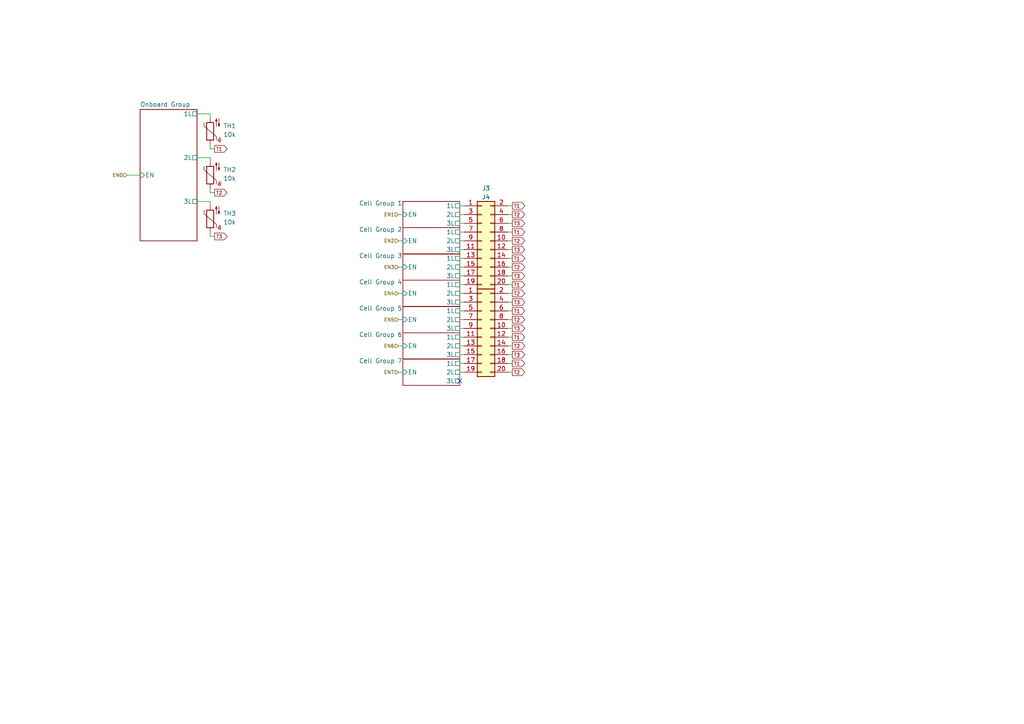
<source format=kicad_sch>
(kicad_sch (version 20250114) (generator "eeschema") (generator_version "9.0")
  (paper "A4")
  (title_block (title "Battery Management System") (date "2025-04-15") (rev "${REVISION}") (company "York Formula Student"))
  (lib_symbols
    (symbol "Connector_Generic:Conn_02x10_Odd_Even" (pin_names (offset 1.016) (hide yes))
      (property "Reference" "J" (at 1.27 12.7 0))
      (property "Value" "Conn_02x10_Odd_Even" (at 1.27 -15.24 0))
      (symbol "Conn_02x10_Odd_Even_1_1"
        (rectangle (start -1.27 11.43) (end 3.81 -13.97) (stroke (width 0.254)) (fill (type background)))
        (rectangle (start -1.27 10.287) (end 0 10.033) (stroke (width 0.1524)))
        (rectangle (start -1.27 7.747) (end 0 7.493) (stroke (width 0.1524)))
        (rectangle (start -1.27 5.207) (end 0 4.953) (stroke (width 0.1524)))
        (rectangle (start -1.27 2.667) (end 0 2.413) (stroke (width 0.1524)))
        (rectangle (start -1.27 0.127) (end 0 -0.127) (stroke (width 0.1524)))
        (rectangle (start -1.27 -2.413) (end 0 -2.667) (stroke (width 0.1524)))
        (rectangle (start -1.27 -4.953) (end 0 -5.207) (stroke (width 0.1524)))
        (rectangle (start -1.27 -7.493) (end 0 -7.747) (stroke (width 0.1524)))
        (rectangle (start -1.27 -10.033) (end 0 -10.287) (stroke (width 0.1524)))
        (rectangle (start -1.27 -12.573) (end 0 -12.827) (stroke (width 0.1524)))
        (rectangle (start 3.81 10.287) (end 2.54 10.033) (stroke (width 0.1524)))
        (rectangle (start 3.81 7.747) (end 2.54 7.493) (stroke (width 0.1524)))
        (rectangle (start 3.81 5.207) (end 2.54 4.953) (stroke (width 0.1524)))
        (rectangle (start 3.81 2.667) (end 2.54 2.413) (stroke (width 0.1524)))
        (rectangle (start 3.81 0.127) (end 2.54 -0.127) (stroke (width 0.1524)))
        (rectangle (start 3.81 -2.413) (end 2.54 -2.667) (stroke (width 0.1524)))
        (rectangle (start 3.81 -4.953) (end 2.54 -5.207) (stroke (width 0.1524)))
        (rectangle (start 3.81 -7.493) (end 2.54 -7.747) (stroke (width 0.1524)))
        (rectangle (start 3.81 -10.033) (end 2.54 -10.287) (stroke (width 0.1524)))
        (rectangle (start 3.81 -12.573) (end 2.54 -12.827) (stroke (width 0.1524)))
        (pin passive line (at -5.08 10.16 0) (length 3.81) (name "Pin_1") (number "1"))
        (pin passive line (at -5.08 7.62 0) (length 3.81) (name "Pin_3") (number "3"))
        (pin passive line (at -5.08 5.08 0) (length 3.81) (name "Pin_5") (number "5"))
        (pin passive line (at -5.08 2.54 0) (length 3.81) (name "Pin_7") (number "7"))
        (pin passive line (at -5.08 0 0) (length 3.81) (name "Pin_9") (number "9"))
        (pin passive line (at -5.08 -2.54 0) (length 3.81) (name "Pin_11") (number "11"))
        (pin passive line (at -5.08 -5.08 0) (length 3.81) (name "Pin_13") (number "13"))
        (pin passive line (at -5.08 -7.62 0) (length 3.81) (name "Pin_15") (number "15"))
        (pin passive line (at -5.08 -10.16 0) (length 3.81) (name "Pin_17") (number "17"))
        (pin passive line (at -5.08 -12.7 0) (length 3.81) (name "Pin_19") (number "19"))
        (pin passive line (at 7.62 10.16 180) (length 3.81) (name "Pin_2") (number "2"))
        (pin passive line (at 7.62 7.62 180) (length 3.81) (name "Pin_4") (number "4"))
        (pin passive line (at 7.62 5.08 180) (length 3.81) (name "Pin_6") (number "6"))
        (pin passive line (at 7.62 2.54 180) (length 3.81) (name "Pin_8") (number "8"))
        (pin passive line (at 7.62 0 180) (length 3.81) (name "Pin_10") (number "10"))
        (pin passive line (at 7.62 -2.54 180) (length 3.81) (name "Pin_12") (number "12"))
        (pin passive line (at 7.62 -5.08 180) (length 3.81) (name "Pin_14") (number "14"))
        (pin passive line (at 7.62 -7.62 180) (length 3.81) (name "Pin_16") (number "16"))
        (pin passive line (at 7.62 -10.16 180) (length 3.81) (name "Pin_18") (number "18"))
        (pin passive line (at 7.62 -12.7 180) (length 3.81) (name "Pin_20") (number "20"))
      )
    )
    (symbol "Device:Thermistor_NTC" (pin_numbers (hide yes)) (pin_names (offset 0))
      (property "Reference" "TH" (at -4.445 0 90))
      (property "Value" "Thermistor_NTC" (at 3.175 0 90))
      (symbol "Thermistor_NTC_0_1"
        (arc (start -3.175 2.413) (mid -3.0506 2.3165) (end -3.048 2.159))
        (arc (start -3.048 2.794) (mid -2.9736 2.9736) (end -2.794 3.048))
        (arc (start -2.794 3.048) (mid -2.6144 2.9736) (end -2.54 2.794))
        (arc (start -2.794 2.54) (mid -2.9736 2.6144) (end -3.048 2.794))
        (arc (start -2.794 1.905) (mid -2.9736 1.9794) (end -3.048 2.159))
        (arc (start -2.54 2.159) (mid -2.6144 1.9794) (end -2.794 1.905))
        (arc (start -2.159 2.794) (mid -2.434 2.5608) (end -2.794 2.54))
        (polyline (pts (xy -2.54 2.159) (xy -2.54 2.794)))
        (polyline (pts (xy -2.54 -3.683) (xy -2.54 -1.397) (xy -2.794 -2.159) (xy -2.286 -2.159) (xy -2.54 -1.397) (xy -2.54 -1.651)) (fill (type outline)))
        (polyline (pts (xy -1.778 2.54) (xy -1.778 1.524) (xy 1.778 -1.524) (xy 1.778 -2.54)))
        (polyline (pts (xy -1.778 -1.397) (xy -1.778 -3.683) (xy -2.032 -2.921) (xy -1.524 -2.921) (xy -1.778 -3.683) (xy -1.778 -3.429)) (fill (type outline)))
        (rectangle (start -1.016 2.54) (end 1.016 -2.54) (stroke (width 0.254)))
      )
      (symbol "Thermistor_NTC_1_1"
        (pin passive line (at 0 3.81 270) (length 1.27) (name "~") (number "1"))
        (pin passive line (at 0 -3.81 90) (length 1.27) (name "~") (number "2"))
      )
    )
  )
  (no_connect (at 133.35 110.49))
  (wire (pts (xy 147.32 107.95) (xy 148.59 107.95)))
  (wire (pts (xy 115.57 92.71) (xy 116.84 92.71)))
  (wire (pts (xy 133.35 80.01) (xy 134.62 80.01)))
  (wire (pts (xy 147.32 92.71) (xy 148.59 92.71)))
  (wire (pts (xy 115.57 100.33) (xy 116.84 100.33)))
  (wire (pts (xy 115.57 77.47) (xy 116.84 77.47)))
  (wire (pts (xy 60.96 68.58) (xy 62.23 68.58)))
  (wire (pts (xy 147.32 62.23) (xy 148.59 62.23)))
  (wire (pts (xy 133.35 105.41) (xy 134.62 105.41)))
  (wire (pts (xy 133.35 85.09) (xy 134.62 85.09)))
  (wire (pts (xy 60.96 55.88) (xy 62.23 55.88)))
  (wire (pts (xy 147.32 77.47) (xy 148.59 77.47)))
  (wire (pts (xy 133.35 102.87) (xy 134.62 102.87)))
  (wire (pts (xy 147.32 95.25) (xy 148.59 95.25)))
  (wire (pts (xy 147.32 97.79) (xy 148.59 97.79)))
  (wire (pts (xy 133.35 87.63) (xy 134.62 87.63)))
  (wire (pts (xy 133.35 59.69) (xy 134.62 59.69)))
  (wire (pts (xy 147.32 64.77) (xy 148.59 64.77)))
  (wire (pts (xy 147.32 80.01) (xy 148.59 80.01)))
  (wire (pts (xy 60.96 68.58) (xy 60.96 67.31)))
  (wire (pts (xy 57.15 33.02) (xy 60.96 33.02)))
  (wire (pts (xy 133.35 69.85) (xy 134.62 69.85)))
  (wire (pts (xy 133.35 95.25) (xy 134.62 95.25)))
  (wire (pts (xy 115.57 69.85) (xy 116.84 69.85)))
  (wire (pts (xy 133.35 77.47) (xy 134.62 77.47)))
  (wire (pts (xy 147.32 82.55) (xy 148.59 82.55)))
  (wire (pts (xy 60.96 46.99) (xy 60.96 45.72)))
  (wire (pts (xy 133.35 64.77) (xy 134.62 64.77)))
  (wire (pts (xy 60.96 58.42) (xy 60.96 59.69)))
  (wire (pts (xy 60.96 55.88) (xy 60.96 54.61)))
  (wire (pts (xy 133.35 107.95) (xy 134.62 107.95)))
  (wire (pts (xy 133.35 67.31) (xy 134.62 67.31)))
  (wire (pts (xy 133.35 92.71) (xy 134.62 92.71)))
  (wire (pts (xy 147.32 100.33) (xy 148.59 100.33)))
  (wire (pts (xy 147.32 85.09) (xy 148.59 85.09)))
  (wire (pts (xy 147.32 74.93) (xy 148.59 74.93)))
  (wire (pts (xy 147.32 59.69) (xy 148.59 59.69)))
  (wire (pts (xy 133.35 74.93) (xy 134.62 74.93)))
  (wire (pts (xy 60.96 43.18) (xy 62.23 43.18)))
  (wire (pts (xy 147.32 90.17) (xy 148.59 90.17)))
  (wire (pts (xy 133.35 82.55) (xy 134.62 82.55)))
  (wire (pts (xy 133.35 62.23) (xy 134.62 62.23)))
  (wire (pts (xy 133.35 72.39) (xy 134.62 72.39)))
  (wire (pts (xy 133.35 97.79) (xy 134.62 97.79)))
  (wire (pts (xy 57.15 58.42) (xy 60.96 58.42)))
  (wire (pts (xy 147.32 87.63) (xy 148.59 87.63)))
  (wire (pts (xy 115.57 107.95) (xy 116.84 107.95)))
  (wire (pts (xy 60.96 33.02) (xy 60.96 34.29)))
  (wire (pts (xy 133.35 90.17) (xy 134.62 90.17)))
  (wire (pts (xy 147.32 102.87) (xy 148.59 102.87)))
  (wire (pts (xy 147.32 69.85) (xy 148.59 69.85)))
  (wire (pts (xy 147.32 67.31) (xy 148.59 67.31)))
  (wire (pts (xy 147.32 105.41) (xy 148.59 105.41)))
  (wire (pts (xy 60.96 43.18) (xy 60.96 41.91)))
  (wire (pts (xy 133.35 100.33) (xy 134.62 100.33)))
  (wire (pts (xy 60.96 45.72) (xy 57.15 45.72)))
  (wire (pts (xy 115.57 85.09) (xy 116.84 85.09)))
  (wire (pts (xy 115.57 62.23) (xy 116.84 62.23)))
  (wire (pts (xy 147.32 72.39) (xy 148.59 72.39)))
  (wire (pts (xy 36.83 50.8) (xy 40.64 50.8)))
  (global_label "T2" (shape output) (at 148.59 100.33 0) (effects (font (size 1 1))) (property "Intersheetrefs" "${INTERSHEET_REFS}" (effects (hide yes))))
  (global_label "T3" (shape output) (at 148.59 95.25 0) (effects (font (size 1 1))) (property "Intersheetrefs" "${INTERSHEET_REFS}" (effects (hide yes))))
  (global_label "T3" (shape output) (at 148.59 102.87 0) (effects (font (size 1 1))) (property "Intersheetrefs" "${INTERSHEET_REFS}" (effects (hide yes))))
  (global_label "T3" (shape output) (at 148.59 64.77 0) (effects (font (size 1 1))) (property "Intersheetrefs" "${INTERSHEET_REFS}" (effects (hide yes))))
  (global_label "T2" (shape output) (at 148.59 62.23 0) (effects (font (size 1 1))) (property "Intersheetrefs" "${INTERSHEET_REFS}" (effects (hide yes))))
  (global_label "T1" (shape output) (at 62.23 43.18 0) (effects (font (size 1 1))) (property "Intersheetrefs" "${INTERSHEET_REFS}" (effects (hide yes))))
  (global_label "T3" (shape output) (at 148.59 72.39 0) (effects (font (size 1 1))) (property "Intersheetrefs" "${INTERSHEET_REFS}" (effects (hide yes))))
  (global_label "T1" (shape output) (at 148.59 105.41 0) (effects (font (size 1 1))) (property "Intersheetrefs" "${INTERSHEET_REFS}" (effects (hide yes))))
  (global_label "T1" (shape output) (at 148.59 67.31 0) (effects (font (size 1 1))) (property "Intersheetrefs" "${INTERSHEET_REFS}" (effects (hide yes))))
  (global_label "T1" (shape output) (at 148.59 82.55 0) (effects (font (size 1 1))) (property "Intersheetrefs" "${INTERSHEET_REFS}" (effects (hide yes))))
  (global_label "T1" (shape output) (at 148.59 97.79 0) (effects (font (size 1 1))) (property "Intersheetrefs" "${INTERSHEET_REFS}" (effects (hide yes))))
  (global_label "T2" (shape output) (at 62.23 55.88 0) (effects (font (size 1 1))) (property "Intersheetrefs" "${INTERSHEET_REFS}" (effects (hide yes))))
  (global_label "T1" (shape output) (at 148.59 74.93 0) (effects (font (size 1 1))) (property "Intersheetrefs" "${INTERSHEET_REFS}" (effects (hide yes))))
  (global_label "T2" (shape output) (at 148.59 77.47 0) (effects (font (size 1 1))) (property "Intersheetrefs" "${INTERSHEET_REFS}" (effects (hide yes))))
  (global_label "T2" (shape output) (at 148.59 85.09 0) (effects (font (size 1 1))) (property "Intersheetrefs" "${INTERSHEET_REFS}" (effects (hide yes))))
  (global_label "T2" (shape output) (at 148.59 107.95 0) (effects (font (size 1 1))) (property "Intersheetrefs" "${INTERSHEET_REFS}" (effects (hide yes))))
  (global_label "T1" (shape output) (at 148.59 90.17 0) (effects (font (size 1 1))) (property "Intersheetrefs" "${INTERSHEET_REFS}" (effects (hide yes))))
  (global_label "T2" (shape output) (at 148.59 92.71 0) (effects (font (size 1 1))) (property "Intersheetrefs" "${INTERSHEET_REFS}" (effects (hide yes))))
  (global_label "T3" (shape output) (at 148.59 87.63 0) (effects (font (size 1 1))) (property "Intersheetrefs" "${INTERSHEET_REFS}" (effects (hide yes))))
  (global_label "T2" (shape output) (at 148.59 69.85 0) (effects (font (size 1 1))) (property "Intersheetrefs" "${INTERSHEET_REFS}" (effects (hide yes))))
  (global_label "T3" (shape output) (at 148.59 80.01 0) (effects (font (size 1 1))) (property "Intersheetrefs" "${INTERSHEET_REFS}" (effects (hide yes))))
  (global_label "T1" (shape output) (at 148.59 59.69 0) (effects (font (size 1 1))) (property "Intersheetrefs" "${INTERSHEET_REFS}" (effects (hide yes))))
  (global_label "T3" (shape output) (at 62.23 68.58 0) (effects (font (size 1 1))) (property "Intersheetrefs" "${INTERSHEET_REFS}" (effects (hide yes))))
  (hierarchical_label "EN7" (shape input) (at 115.57 107.95 180) (effects (font (size 1 1))))
  (hierarchical_label "EN6" (shape input) (at 115.57 100.33 180) (effects (font (size 1 1))))
  (hierarchical_label "EN0" (shape input) (at 36.83 50.8 180) (effects (font (size 1 1))))
  (hierarchical_label "EN2" (shape input) (at 115.57 69.85 180) (effects (font (size 1 1))))
  (hierarchical_label "EN3" (shape input) (at 115.57 77.47 180) (effects (font (size 1 1))))
  (hierarchical_label "EN1" (shape input) (at 115.57 62.23 180) (effects (font (size 1 1))))
  (hierarchical_label "EN4" (shape input) (at 115.57 85.09 180) (effects (font (size 1 1))))
  (hierarchical_label "EN5" (shape input) (at 115.57 92.71 180) (effects (font (size 1 1))))
  (symbol (lib_id "Connector_Generic:Conn_02x10_Odd_Even") (at 139.7 69.85 0) (unit 1)
    (property "Reference" "J3" (at 140.97 54.61 0))
    (property "Value" "THERM_1" (effects (hide yes)))
    (property "Footprint" "Connector_JST:JST_PUD_S20B-PUDSS-1_2x10_P2.00mm_Horizontal" (effects (hide yes)))
    (property "Description" "Generic connector, double row, 02x10, odd/even pin numbering scheme (row 1 odd numbers, row 2 even numbers), script generated (kicad-library-utils/schlib/autogen/connector/)" (effects (hide yes)))
    (property "Dist #" "C495200" (effects (hide yes)))
    (property "Mfr" "JST" (effects (hide yes)))
    (property "Mfr #" "S20B-PUDSS-1(LF)(SN)" (effects (hide yes)))
    (property "Dist" "LCSC" (effects (hide yes)))
  )
  (symbol (lib_id "Device:Thermistor_NTC") (at 60.96 63.5 180) (unit 1)
    (property "Reference" "TH3" (at 64.77 61.9124 0) (effects (justify right)))
    (property "Value" "10k" (at 64.77 64.4524 0) (effects (justify right)))
    (property "Footprint" "Resistor_SMD:R_0603_1608Metric" (effects (hide yes)))
    (property "Description" "Temperature dependent resistor, negative temperature coefficient" (effects (hide yes)))
    (property "Dist #" "C13564" (effects (hide yes)))
    (property "Mfr" "Murata" (effects (hide yes)))
    (property "Mfr #" "NCP18XH103F03RB" (effects (hide yes)))
    (property "Dist" "LCSC" (effects (hide yes)))
  )
  (symbol (lib_id "Connector_Generic:Conn_02x10_Odd_Even") (at 139.7 95.25 0) (unit 1)
    (property "Reference" "J4" (at 140.97 57.15 0))
    (property "Value" "THERM_2" (effects (hide yes)))
    (property "Footprint" "Connector_JST:JST_PUD_S20B-PUDSS-1_2x10_P2.00mm_Horizontal" (effects (hide yes)))
    (property "Description" "Generic connector, double row, 02x10, odd/even pin numbering scheme (row 1 odd numbers, row 2 even numbers), script generated (kicad-library-utils/schlib/autogen/connector/)" (effects (hide yes)))
    (property "Dist #" "C495200" (effects (hide yes)))
    (property "Mfr" "JST" (effects (hide yes)))
    (property "Mfr #" "S20B-PUDSS-1(LF)(SN)" (effects (hide yes)))
    (property "Dist" "LCSC" (effects (hide yes)))
  )
  (symbol (lib_id "Device:Thermistor_NTC") (at 60.96 50.8 180) (unit 1)
    (property "Reference" "TH2" (at 64.77 49.2124 0) (effects (justify right)))
    (property "Value" "10k" (at 64.77 51.7524 0) (effects (justify right)))
    (property "Footprint" "Resistor_SMD:R_0603_1608Metric" (effects (hide yes)))
    (property "Description" "Temperature dependent resistor, negative temperature coefficient" (effects (hide yes)))
    (property "Dist #" "C13564" (effects (hide yes)))
    (property "Mfr" "Murata" (effects (hide yes)))
    (property "Mfr #" "NCP18XH103F03RB" (effects (hide yes)))
    (property "Dist" "LCSC" (effects (hide yes)))
  )
  (symbol (lib_id "Device:Thermistor_NTC") (at 60.96 38.1 180) (unit 1)
    (property "Reference" "TH1" (at 64.77 36.5124 0) (effects (justify right)))
    (property "Value" "10k" (at 64.77 39.0524 0) (effects (justify right)))
    (property "Footprint" "Resistor_SMD:R_0603_1608Metric" (effects (hide yes)))
    (property "Description" "Temperature dependent resistor, negative temperature coefficient" (effects (hide yes)))
    (property "Dist #" "C13564" (effects (hide yes)))
    (property "Mfr" "Murata" (effects (hide yes)))
    (property "Mfr #" "NCP18XH103F03RB" (effects (hide yes)))
    (property "Dist" "LCSC" (effects (hide yes)))
  )
  (sheet (at 116.84 73.66) (size 16.51 7.62) (stroke (width 0.1524))
    (property "Sheetname" "Cell Group 3" (at 104.14 74.93 0) (effects (justify left bottom)))
    (property "Sheetfile" "thermistor.kicad_sch" (effects (hide yes)))
    (pin "EN" input (at 116.84 77.47 180))
    (pin "2L" passive (at 133.35 77.47 0))
    (pin "1L" passive (at 133.35 74.93 0))
    (pin "3L" passive (at 133.35 80.01 0))
  )
  (sheet (at 116.84 88.9) (size 16.51 7.62) (stroke (width 0.1524))
    (property "Sheetname" "Cell Group 5" (at 104.14 90.17 0) (effects (justify left bottom)))
    (property "Sheetfile" "thermistor.kicad_sch" (effects (hide yes)))
    (pin "EN" input (at 116.84 92.71 180))
    (pin "2L" passive (at 133.35 92.71 0))
    (pin "1L" passive (at 133.35 90.17 0))
    (pin "3L" passive (at 133.35 95.25 0))
  )
  (sheet (at 116.84 96.52) (size 16.51 7.62) (stroke (width 0.1524))
    (property "Sheetname" "Cell Group 6" (at 104.14 97.79 0) (effects (justify left bottom)))
    (property "Sheetfile" "thermistor.kicad_sch" (effects (hide yes)))
    (pin "EN" input (at 116.84 100.33 180))
    (pin "2L" passive (at 133.35 100.33 0))
    (pin "1L" passive (at 133.35 97.79 0))
    (pin "3L" passive (at 133.35 102.87 0))
  )
  (sheet (at 116.84 81.28) (size 16.51 7.62) (stroke (width 0.1524))
    (property "Sheetname" "Cell Group 4" (at 104.14 82.55 0) (effects (justify left bottom)))
    (property "Sheetfile" "thermistor.kicad_sch" (effects (hide yes)))
    (pin "EN" input (at 116.84 85.09 180))
    (pin "2L" passive (at 133.35 85.09 0))
    (pin "1L" passive (at 133.35 82.55 0))
    (pin "3L" passive (at 133.35 87.63 0))
  )
  (sheet (at 116.84 104.14) (size 16.51 7.62) (stroke (width 0.1524))
    (property "Sheetname" "Cell Group 7" (at 104.14 105.41 0) (effects (justify left bottom)))
    (property "Sheetfile" "thermistor.kicad_sch" (effects (hide yes)))
    (pin "EN" input (at 116.84 107.95 180))
    (pin "2L" passive (at 133.35 107.95 0))
    (pin "1L" passive (at 133.35 105.41 0))
    (pin "3L" passive (at 133.35 110.49 0))
  )
  (sheet (at 116.84 58.42) (size 16.51 7.62) (stroke (width 0.1524))
    (property "Sheetname" "Cell Group 1" (at 104.14 59.69 0) (effects (justify left bottom)))
    (property "Sheetfile" "thermistor.kicad_sch" (effects (hide yes)))
    (pin "EN" input (at 116.84 62.23 180))
    (pin "2L" passive (at 133.35 62.23 0))
    (pin "1L" passive (at 133.35 59.69 0))
    (pin "3L" passive (at 133.35 64.77 0))
  )
  (sheet (at 40.64 31.75) (size 16.51 38.1) (stroke (width 0.1524))
    (property "Sheetname" "Onboard Group" (at 40.64 31.0384 0) (effects (justify left bottom)))
    (property "Sheetfile" "thermistor.kicad_sch" (effects (hide yes)))
    (pin "2L" passive (at 57.15 45.72 0))
    (pin "1L" passive (at 57.15 33.02 0))
    (pin "3L" passive (at 57.15 58.42 0))
    (pin "EN" input (at 40.64 50.8 180))
  )
  (sheet (at 116.84 66.04) (size 16.51 7.62) (stroke (width 0.1524))
    (property "Sheetname" "Cell Group 2" (at 104.14 67.31 0) (effects (justify left bottom)))
    (property "Sheetfile" "thermistor.kicad_sch" (effects (hide yes)))
    (pin "EN" input (at 116.84 69.85 180))
    (pin "2L" passive (at 133.35 69.85 0))
    (pin "1L" passive (at 133.35 67.31 0))
    (pin "3L" passive (at 133.35 72.39 0))
  )
)
</source>
